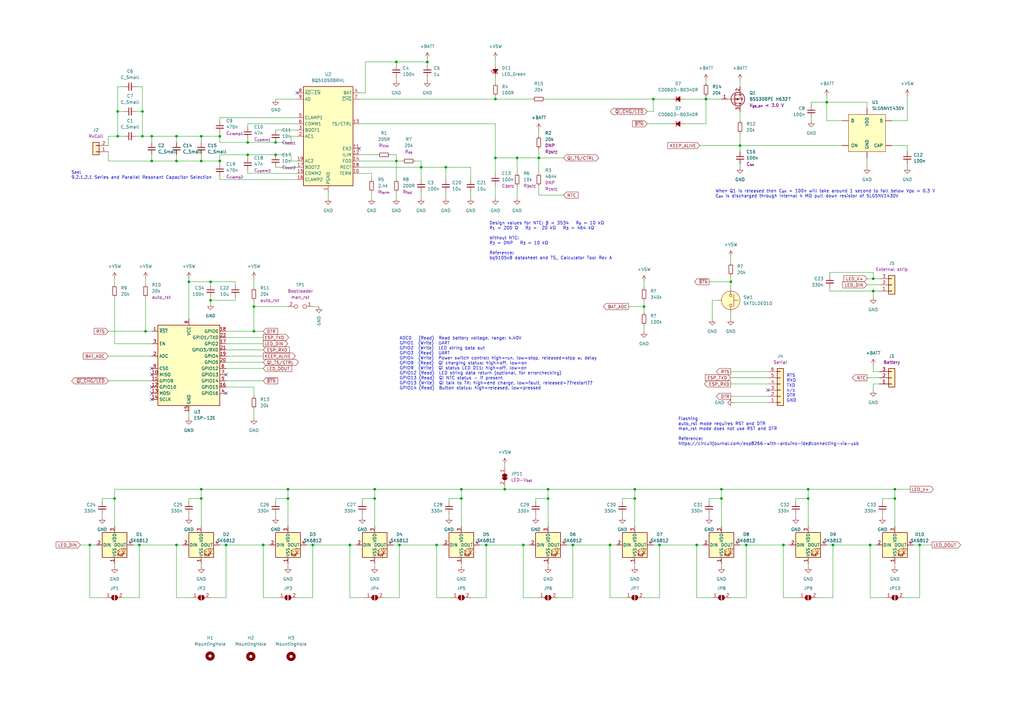
<source format=kicad_sch>
(kicad_sch (version 20211123) (generator eeschema)
  (paper "A3")
  (title_block (title "Main schematic") (date "2022-05-16") (rev "1.0") (company "Step 7 ApS") (comment 1 "Enabakken 4") (comment 2 "3400 Hillerød") (comment 3 "Danmark") (comment 4 "www.step7.dk") (comment 5 "Qi WiFi Lamp") (comment 6 "ESP8266_Lampe") (comment 7 "Martin") (comment 8 "Martin") (comment 9 "COMMENT9"))
  (junction (at 57.15 223.52))
  (junction (at 289.56 40.64))
  (junction (at 162.56 25.4))
  (junction (at 234.95 223.52))
  (junction (at 172.72 68.58))
  (junction (at 260.35 204.47))
  (junction (at 46.99 204.47))
  (junction (at 367.03 204.47))
  (junction (at 175.26 25.4))
  (junction (at 118.11 200.66))
  (junction (at 143.51 223.52))
  (junction (at 306.07 223.52))
  (junction (at 62.23 66.04))
  (junction (at 72.39 223.52))
  (junction (at 331.47 200.66))
  (junction (at 82.55 204.47))
  (junction (at 72.39 55.88))
  (junction (at 36.83 223.52))
  (junction (at 267.97 40.64))
  (junction (at 356.87 223.52))
  (junction (at 92.71 223.52))
  (junction (at 189.23 204.47))
  (junction (at 107.95 223.52))
  (junction (at 295.91 204.47))
  (junction (at 104.14 135.89))
  (junction (at 331.47 204.47))
  (junction (at 58.42 55.88))
  (junction (at 299.72 115.57))
  (junction (at 48.26 55.88))
  (junction (at 270.51 223.52))
  (junction (at 163.83 223.52))
  (junction (at 285.75 223.52))
  (junction (at 101.6 63.5))
  (junction (at 295.91 200.66))
  (junction (at 86.36 115.57))
  (junction (at 82.55 66.04))
  (junction (at 101.6 58.42))
  (junction (at 82.55 200.66))
  (junction (at 339.09 41.91))
  (junction (at 203.2 40.64))
  (junction (at 82.55 55.88))
  (junction (at 220.98 64.77))
  (junction (at 58.42 45.72))
  (junction (at 153.67 204.47))
  (junction (at 303.53 59.69))
  (junction (at 72.39 66.04))
  (junction (at 59.69 135.89))
  (junction (at 341.63 223.52))
  (junction (at 113.03 63.5))
  (junction (at 377.19 223.52))
  (junction (at 203.2 64.77))
  (junction (at 214.63 223.52))
  (junction (at 162.56 66.04))
  (junction (at 90.17 66.04))
  (junction (at 321.31 223.52))
  (junction (at 260.35 200.66))
  (junction (at 250.19 223.52))
  (junction (at 86.36 123.19))
  (junction (at 153.67 200.66))
  (junction (at 90.17 55.88))
  (junction (at 128.27 223.52))
  (junction (at 224.79 204.47))
  (junction (at 224.79 200.66))
  (junction (at 182.88 68.58))
  (junction (at 77.47 115.57))
  (junction (at 104.14 125.73))
  (junction (at 199.39 223.52))
  (junction (at 62.23 55.88))
  (junction (at 179.07 223.52))
  (junction (at 48.26 45.72))
  (junction (at 264.16 125.73))
  (junction (at 212.09 64.77))
  (junction (at 358.14 114.3))
  (junction (at 207.01 200.66))
  (junction (at 118.11 204.47))
  (junction (at 113.03 58.42))
  (junction (at 367.03 200.66))
  (junction (at 189.23 200.66))
  (junction (at 358.14 119.38))
  (no_connect (at 147.32 60.96))
  (no_connect (at 121.92 38.1))
  (no_connect (at 314.96 160.02))
  (no_connect (at 62.23 158.75))
  (no_connect (at 62.23 161.29))
  (no_connect (at 92.71 153.67))
  (no_connect (at 62.23 163.83))
  (no_connect (at 62.23 151.13))
  (no_connect (at 62.23 153.67))
  (no_connect (at 92.71 161.29))
  (wire (pts (xy 358.14 157.48) (xy 360.68 157.48)))
  (wire (pts (xy 290.83 205.74) (xy 290.83 204.47)))
  (wire (pts (xy 220.98 64.77) (xy 220.98 71.12)))
  (wire (pts (xy 59.69 114.3) (xy 59.69 116.84)))
  (wire (pts (xy 199.39 245.11) (xy 199.39 223.52)))
  (wire (pts (xy 162.56 66.04) (xy 162.56 63.5)))
  (wire (pts (xy 372.11 39.37) (xy 372.11 49.53)))
  (wire (pts (xy 113.03 212.09) (xy 113.03 210.82)))
  (wire (pts (xy 48.26 35.56) (xy 50.8 35.56)))
  (wire (pts (xy 82.55 66.04) (xy 90.17 66.04)))
  (wire (pts (xy 189.23 204.47) (xy 189.23 215.9)))
  (wire (pts (xy 92.71 148.59) (xy 107.95 148.59)))
  (wire (pts (xy 172.72 66.04) (xy 172.72 68.58)))
  (wire (pts (xy 199.39 223.52) (xy 196.85 223.52)))
  (wire (pts (xy 290.83 115.57) (xy 299.72 115.57)))
  (wire (pts (xy 358.14 121.92) (xy 358.14 119.38)))
  (wire (pts (xy 224.79 204.47) (xy 224.79 215.9)))
  (wire (pts (xy 292.1 123.19) (xy 292.1 130.81)))
  (wire (pts (xy 299.72 162.56) (xy 314.96 162.56)))
  (wire (pts (xy 44.45 66.04) (xy 62.23 66.04)))
  (wire (pts (xy 86.36 123.19) (xy 86.36 124.46)))
  (wire (pts (xy 306.07 223.52) (xy 321.31 223.52)))
  (wire (pts (xy 265.43 45.72) (xy 267.97 45.72)))
  (wire (pts (xy 162.56 33.02) (xy 162.56 31.75)))
  (wire (pts (xy 77.47 212.09) (xy 77.47 210.82)))
  (wire (pts (xy 360.68 116.84) (xy 355.6 116.84)))
  (wire (pts (xy 72.39 223.52) (xy 74.93 223.52)))
  (wire (pts (xy 143.51 245.11) (xy 143.51 223.52)))
  (wire (pts (xy 303.53 59.69) (xy 303.53 54.61)))
  (wire (pts (xy 77.47 115.57) (xy 77.47 130.81)))
  (wire (pts (xy 153.67 232.41) (xy 153.67 231.14)))
  (wire (pts (xy 104.14 158.75) (xy 104.14 162.56)))
  (wire (pts (xy 327.66 245.11) (xy 321.31 245.11)))
  (wire (pts (xy 86.36 123.19) (xy 86.36 121.92)))
  (wire (pts (xy 306.07 245.11) (xy 306.07 223.52)))
  (wire (pts (xy 92.71 223.52) (xy 90.17 223.52)))
  (wire (pts (xy 295.91 204.47) (xy 295.91 215.9)))
  (wire (pts (xy 224.79 232.41) (xy 224.79 231.14)))
  (wire (pts (xy 207.01 200.66) (xy 224.79 200.66)))
  (wire (pts (xy 57.15 223.52) (xy 72.39 223.52)))
  (wire (pts (xy 72.39 55.88) (xy 82.55 55.88)))
  (wire (pts (xy 163.83 223.52) (xy 161.29 223.52)))
  (wire (pts (xy 340.36 118.11) (xy 340.36 119.38)))
  (wire (pts (xy 199.39 223.52) (xy 214.63 223.52)))
  (wire (pts (xy 184.15 205.74) (xy 184.15 204.47)))
  (wire (pts (xy 58.42 45.72) (xy 55.88 45.72)))
  (wire (pts (xy 332.74 41.91) (xy 339.09 41.91)))
  (wire (pts (xy 303.53 59.69) (xy 345.44 59.69)))
  (wire (pts (xy 118.11 200.66) (xy 153.67 200.66)))
  (wire (pts (xy 90.17 66.04) (xy 90.17 67.31)))
  (wire (pts (xy 113.03 63.5) (xy 119.38 63.5)))
  (wire (pts (xy 92.71 158.75) (xy 104.14 158.75)))
  (wire (pts (xy 184.15 204.47) (xy 189.23 204.47)))
  (wire (pts (xy 50.8 245.11) (xy 57.15 245.11)))
  (wire (pts (xy 92.71 151.13) (xy 107.95 151.13)))
  (wire (pts (xy 72.39 245.11) (xy 72.39 223.52)))
  (wire (pts (xy 207.01 199.39) (xy 207.01 200.66)))
  (wire (pts (xy 219.71 204.47) (xy 224.79 204.47)))
  (wire (pts (xy 264.16 115.57) (xy 264.16 118.11)))
  (wire (pts (xy 214.63 245.11) (xy 214.63 223.52)))
  (wire (pts (xy 44.45 55.88) (xy 48.26 55.88)))
  (wire (pts (xy 341.63 245.11) (xy 341.63 223.52)))
  (wire (pts (xy 86.36 115.57) (xy 86.36 116.84)))
  (wire (pts (xy 220.98 60.96) (xy 220.98 64.77)))
  (wire (pts (xy 149.86 25.4) (xy 162.56 25.4)))
  (wire (pts (xy 72.39 55.88) (xy 72.39 58.42)))
  (wire (pts (xy 260.35 200.66) (xy 295.91 200.66)))
  (wire (pts (xy 339.09 41.91) (xy 339.09 49.53)))
  (wire (pts (xy 179.07 245.11) (xy 179.07 223.52)))
  (wire (pts (xy 289.56 40.64) (xy 295.91 40.64)))
  (wire (pts (xy 44.45 135.89) (xy 59.69 135.89)))
  (wire (pts (xy 299.72 245.11) (xy 306.07 245.11)))
  (wire (pts (xy 300.99 165.1) (xy 314.96 165.1)))
  (wire (pts (xy 372.11 59.69) (xy 365.76 59.69)))
  (wire (pts (xy 295.91 232.41) (xy 295.91 231.14)))
  (wire (pts (xy 339.09 49.53) (xy 345.44 49.53)))
  (wire (pts (xy 147.32 68.58) (xy 172.72 68.58)))
  (wire (pts (xy 41.91 212.09) (xy 41.91 210.82)))
  (wire (pts (xy 82.55 55.88) (xy 90.17 55.88)))
  (wire (pts (xy 44.45 55.88) (xy 44.45 59.69)))
  (wire (pts (xy 90.17 72.39) (xy 90.17 73.66)))
  (wire (pts (xy 321.31 245.11) (xy 321.31 223.52)))
  (wire (pts (xy 153.67 204.47) (xy 153.67 215.9)))
  (wire (pts (xy 203.2 64.77) (xy 203.2 71.12)))
  (wire (pts (xy 303.53 62.23) (xy 303.53 59.69)))
  (wire (pts (xy 107.95 223.52) (xy 110.49 223.52)))
  (wire (pts (xy 72.39 66.04) (xy 82.55 66.04)))
  (wire (pts (xy 306.07 223.52) (xy 303.53 223.52)))
  (wire (pts (xy 59.69 135.89) (xy 62.23 135.89)))
  (wire (pts (xy 224.79 204.47) (xy 224.79 200.66)))
  (wire (pts (xy 339.09 39.37) (xy 339.09 41.91)))
  (wire (pts (xy 77.47 205.74) (xy 77.47 204.47)))
  (wire (pts (xy 96.52 123.19) (xy 96.52 121.92)))
  (wire (pts (xy 193.04 68.58) (xy 193.04 73.66)))
  (wire (pts (xy 340.36 119.38) (xy 358.14 119.38)))
  (wire (pts (xy 219.71 212.09) (xy 219.71 210.82)))
  (wire (pts (xy 62.23 55.88) (xy 72.39 55.88)))
  (wire (pts (xy 255.27 205.74) (xy 255.27 204.47)))
  (wire (pts (xy 104.14 123.19) (xy 104.14 125.73)))
  (wire (pts (xy 220.98 245.11) (xy 214.63 245.11)))
  (wire (pts (xy 280.67 40.64) (xy 289.56 40.64)))
  (wire (pts (xy 43.18 245.11) (xy 36.83 245.11)))
  (wire (pts (xy 90.17 63.5) (xy 101.6 63.5)))
  (wire (pts (xy 101.6 50.8) (xy 121.92 50.8)))
  (wire (pts (xy 303.53 49.53) (xy 303.53 45.72)))
  (wire (pts (xy 289.56 39.37) (xy 289.56 40.64)))
  (wire (pts (xy 48.26 45.72) (xy 48.26 55.88)))
  (wire (pts (xy 220.98 64.77) (xy 231.14 64.77)))
  (wire (pts (xy 90.17 48.26) (xy 90.17 49.53)))
  (wire (pts (xy 92.71 146.05) (xy 107.95 146.05)))
  (wire (pts (xy 90.17 58.42) (xy 101.6 58.42)))
  (wire (pts (xy 193.04 78.74) (xy 193.04 81.28)))
  (wire (pts (xy 57.15 223.52) (xy 54.61 223.52)))
  (wire (pts (xy 220.98 76.2) (xy 220.98 80.01)))
  (wire (pts (xy 152.4 71.12) (xy 147.32 71.12)))
  (wire (pts (xy 59.69 121.92) (xy 59.69 135.89)))
  (wire (pts (xy 361.95 212.09) (xy 361.95 210.82)))
  (wire (pts (xy 48.26 45.72) (xy 50.8 45.72)))
  (wire (pts (xy 152.4 81.28) (xy 152.4 78.74)))
  (wire (pts (xy 147.32 50.8) (xy 203.2 50.8)))
  (wire (pts (xy 367.03 232.41) (xy 367.03 231.14)))
  (wire (pts (xy 182.88 68.58) (xy 193.04 68.58)))
  (wire (pts (xy 104.14 125.73) (xy 118.11 125.73)))
  (wire (pts (xy 220.98 80.01) (xy 231.14 80.01)))
  (wire (pts (xy 121.92 245.11) (xy 128.27 245.11)))
  (wire (pts (xy 363.22 245.11) (xy 356.87 245.11)))
  (wire (pts (xy 92.71 223.52) (xy 107.95 223.52)))
  (wire (pts (xy 303.53 33.02) (xy 303.53 35.56)))
  (wire (pts (xy 185.42 245.11) (xy 179.07 245.11)))
  (wire (pts (xy 341.63 223.52) (xy 356.87 223.52)))
  (wire (pts (xy 113.03 58.42) (xy 119.38 58.42)))
  (wire (pts (xy 119.38 55.88) (xy 121.92 55.88)))
  (wire (pts (xy 82.55 55.88) (xy 82.55 58.42)))
  (wire (pts (xy 331.47 200.66) (xy 367.03 200.66)))
  (wire (pts (xy 267.97 45.72) (xy 267.97 40.64)))
  (wire (pts (xy 203.2 64.77) (xy 212.09 64.77)))
  (wire (pts (xy 203.2 76.2) (xy 203.2 81.28)))
  (wire (pts (xy 377.19 245.11) (xy 377.19 223.52)))
  (wire (pts (xy 36.83 245.11) (xy 36.83 223.52)))
  (wire (pts (xy 58.42 35.56) (xy 58.42 45.72)))
  (wire (pts (xy 114.3 245.11) (xy 107.95 245.11)))
  (wire (pts (xy 86.36 123.19) (xy 96.52 123.19)))
  (wire (pts (xy 370.84 245.11) (xy 377.19 245.11)))
  (wire (pts (xy 260.35 204.47) (xy 260.35 215.9)))
  (wire (pts (xy 289.56 33.02) (xy 289.56 34.29)))
  (wire (pts (xy 290.83 204.47) (xy 295.91 204.47)))
  (wire (pts (xy 62.23 156.21) (xy 44.45 156.21)))
  (wire (pts (xy 332.74 48.26) (xy 332.74 49.53)))
  (wire (pts (xy 147.32 40.64) (xy 203.2 40.64)))
  (wire (pts (xy 299.72 152.4) (xy 314.96 152.4)))
  (wire (pts (xy 162.56 66.04) (xy 162.56 73.66)))
  (wire (pts (xy 219.71 205.74) (xy 219.71 204.47)))
  (wire (pts (xy 72.39 63.5) (xy 72.39 66.04)))
  (wire (pts (xy 101.6 69.85) (xy 101.6 71.12)))
  (wire (pts (xy 234.95 223.52) (xy 232.41 223.52)))
  (wire (pts (xy 162.56 25.4) (xy 175.26 25.4)))
  (wire (pts (xy 58.42 55.88) (xy 55.88 55.88)))
  (wire (pts (xy 212.09 64.77) (xy 220.98 64.77)))
  (wire (pts (xy 332.74 43.18) (xy 332.74 41.91)))
  (wire (pts (xy 130.81 125.73) (xy 128.27 125.73)))
  (wire (pts (xy 234.95 245.11) (xy 234.95 223.52)))
  (wire (pts (xy 331.47 232.41) (xy 331.47 231.14)))
  (wire (pts (xy 46.99 114.3) (xy 46.99 116.84)))
  (wire (pts (xy 361.95 205.74) (xy 361.95 204.47)))
  (wire (pts (xy 104.14 135.89) (xy 107.95 135.89)))
  (wire (pts (xy 101.6 63.5) (xy 101.6 64.77)))
  (wire (pts (xy 92.71 138.43) (xy 107.95 138.43)))
  (wire (pts (xy 62.23 66.04) (xy 72.39 66.04)))
  (wire (pts (xy 367.03 200.66) (xy 373.38 200.66)))
  (wire (pts (xy 175.26 33.02) (xy 175.26 31.75)))
  (wire (pts (xy 41.91 204.47) (xy 46.99 204.47)))
  (wire (pts (xy 182.88 68.58) (xy 182.88 73.66)))
  (wire (pts (xy 250.19 223.52) (xy 252.73 223.52)))
  (wire (pts (xy 331.47 204.47) (xy 331.47 215.9)))
  (wire (pts (xy 58.42 45.72) (xy 58.42 55.88)))
  (wire (pts (xy 182.88 78.74) (xy 182.88 81.28)))
  (wire (pts (xy 101.6 57.15) (xy 101.6 58.42)))
  (wire (pts (xy 175.26 24.13) (xy 175.26 25.4)))
  (wire (pts (xy 82.55 204.47) (xy 82.55 215.9)))
  (wire (pts (xy 147.32 63.5) (xy 154.94 63.5)))
  (wire (pts (xy 270.51 245.11) (xy 270.51 223.52)))
  (wire (pts (xy 358.14 119.38) (xy 360.68 119.38)))
  (wire (pts (xy 372.11 62.23) (xy 372.11 59.69)))
  (wire (pts (xy 172.72 68.58) (xy 172.72 73.66)))
  (wire (pts (xy 270.51 223.52) (xy 285.75 223.52)))
  (wire (pts (xy 339.09 41.91) (xy 355.6 41.91)))
  (wire (pts (xy 46.99 232.41) (xy 46.99 231.14)))
  (wire (pts (xy 113.03 40.64) (xy 121.92 40.64)))
  (wire (pts (xy 214.63 223.52) (xy 217.17 223.52)))
  (wire (pts (xy 90.17 73.66) (xy 121.92 73.66)))
  (wire (pts (xy 295.91 200.66) (xy 331.47 200.66)))
  (wire (pts (xy 270.51 223.52) (xy 267.97 223.52)))
  (wire (pts (xy 372.11 68.58) (xy 372.11 67.31)))
  (wire (pts (xy 321.31 223.52) (xy 323.85 223.52)))
  (wire (pts (xy 335.28 245.11) (xy 341.63 245.11)))
  (wire (pts (xy 264.16 245.11) (xy 270.51 245.11)))
  (wire (pts (xy 147.32 66.04) (xy 162.56 66.04)))
  (wire (pts (xy 290.83 212.09) (xy 290.83 210.82)))
  (wire (pts (xy 163.83 245.11) (xy 163.83 223.52)))
  (wire (pts (xy 46.99 140.97) (xy 62.23 140.97)))
  (wire (pts (xy 48.26 35.56) (xy 48.26 45.72)))
  (wire (pts (xy 203.2 24.13) (xy 203.2 26.67)))
  (wire (pts (xy 86.36 245.11) (xy 92.71 245.11)))
  (wire (pts (xy 365.76 49.53) (xy 372.11 49.53)))
  (wire (pts (xy 260.35 204.47) (xy 260.35 200.66)))
  (wire (pts (xy 104.14 125.73) (xy 104.14 135.89)))
  (wire (pts (xy 152.4 73.66) (xy 152.4 71.12)))
  (wire (pts (xy 128.27 223.52) (xy 125.73 223.52)))
  (wire (pts (xy 256.54 245.11) (xy 250.19 245.11)))
  (wire (pts (xy 153.67 204.47) (xy 153.67 200.66)))
  (wire (pts (xy 90.17 48.26) (xy 121.92 48.26)))
  (wire (pts (xy 148.59 204.47) (xy 153.67 204.47)))
  (wire (pts (xy 358.14 114.3) (xy 360.68 114.3)))
  (wire (pts (xy 82.55 63.5) (xy 82.55 66.04)))
  (wire (pts (xy 44.45 66.04) (xy 44.45 62.23)))
  (wire (pts (xy 62.23 55.88) (xy 62.23 58.42)))
  (wire (pts (xy 172.72 68.58) (xy 182.88 68.58)))
  (wire (pts (xy 36.83 223.52) (xy 39.37 223.52)))
  (wire (pts (xy 90.17 66.04) (xy 90.17 63.5)))
  (wire (pts (xy 62.23 63.5) (xy 62.23 66.04)))
  (wire (pts (xy 358.14 111.76) (xy 340.36 111.76)))
  (wire (pts (xy 264.16 123.19) (xy 264.16 125.73)))
  (wire (pts (xy 157.48 245.11) (xy 163.83 245.11)))
  (wire (pts (xy 118.11 204.47) (xy 118.11 215.9)))
  (wire (pts (xy 46.99 204.47) (xy 46.99 200.66)))
  (wire (pts (xy 82.55 232.41) (xy 82.55 231.14)))
  (wire (pts (xy 355.6 114.3) (xy 358.14 114.3)))
  (wire (pts (xy 184.15 212.09) (xy 184.15 210.82)))
  (wire (pts (xy 295.91 204.47) (xy 295.91 200.66)))
  (wire (pts (xy 326.39 204.47) (xy 331.47 204.47)))
  (wire (pts (xy 147.32 38.1) (xy 149.86 38.1)))
  (wire (pts (xy 377.19 223.52) (xy 374.65 223.52)))
  (wire (pts (xy 82.55 204.47) (xy 82.55 200.66)))
  (wire (pts (xy 119.38 58.42) (xy 119.38 55.88)))
  (wire (pts (xy 207.01 190.5) (xy 207.01 191.77)))
  (wire (pts (xy 299.72 105.41) (xy 299.72 107.95)))
  (wire (pts (xy 255.27 212.09) (xy 255.27 210.82)))
  (wire (pts (xy 148.59 212.09) (xy 148.59 210.82)))
  (wire (pts (xy 90.17 54.61) (xy 90.17 55.88)))
  (wire (pts (xy 303.53 68.58) (xy 303.53 67.31)))
  (wire (pts (xy 119.38 66.04) (xy 121.92 66.04)))
  (wire (pts (xy 101.6 71.12) (xy 121.92 71.12)))
  (wire (pts (xy 212.09 64.77) (xy 212.09 71.12)))
  (wire (pts (xy 58.42 55.88) (xy 62.23 55.88)))
  (wire (pts (xy 267.97 40.64) (xy 275.59 40.64)))
  (wire (pts (xy 113.03 205.74) (xy 113.03 204.47)))
  (wire (pts (xy 104.14 114.3) (xy 104.14 118.11)))
  (wire (pts (xy 299.72 154.94) (xy 314.96 154.94)))
  (wire (pts (xy 203.2 39.37) (xy 203.2 40.64)))
  (wire (pts (xy 358.14 114.3) (xy 358.14 111.76)))
  (wire (pts (xy 77.47 204.47) (xy 82.55 204.47)))
  (wire (pts (xy 367.03 204.47) (xy 367.03 215.9)))
  (wire (pts (xy 92.71 135.89) (xy 104.14 135.89)))
  (wire (pts (xy 153.67 200.66) (xy 189.23 200.66)))
  (wire (pts (xy 377.19 223.52) (xy 382.27 223.52)))
  (wire (pts (xy 101.6 63.5) (xy 113.03 63.5)))
  (wire (pts (xy 48.26 55.88) (xy 50.8 55.88)))
  (wire (pts (xy 162.56 63.5) (xy 160.02 63.5)))
  (wire (pts (xy 90.17 55.88) (xy 90.17 58.42)))
  (wire (pts (xy 326.39 205.74) (xy 326.39 204.47)))
  (wire (pts (xy 358.14 160.02) (xy 358.14 157.48)))
  (wire (pts (xy 280.67 50.8) (xy 289.56 50.8)))
  (wire (pts (xy 189.23 232.41) (xy 189.23 231.14)))
  (wire (pts (xy 326.39 212.09) (xy 326.39 210.82)))
  (wire (pts (xy 220.98 55.88) (xy 220.98 53.34)))
  (wire (pts (xy 118.11 204.47) (xy 118.11 200.66)))
  (wire (pts (xy 289.56 50.8) (xy 289.56 40.64)))
  (wire (pts (xy 358.14 149.86) (xy 358.14 152.4)))
  (wire (pts (xy 134.62 81.28) (xy 134.62 78.74)))
  (wire (pts (xy 361.95 204.47) (xy 367.03 204.47)))
  (wire (pts (xy 41.91 205.74) (xy 41.91 204.47)))
  (wire (pts (xy 46.99 200.66) (xy 82.55 200.66)))
  (wire (pts (xy 189.23 200.66) (xy 207.01 200.66)))
  (wire (pts (xy 163.83 223.52) (xy 179.07 223.52)))
  (wire (pts (xy 170.18 66.04) (xy 172.72 66.04)))
  (wire (pts (xy 113.03 53.34) (xy 121.92 53.34)))
  (wire (pts (xy 355.6 41.91) (xy 355.6 44.45)))
  (wire (pts (xy 92.71 245.11) (xy 92.71 223.52)))
  (wire (pts (xy 264.16 125.73) (xy 264.16 128.27)))
  (wire (pts (xy 92.71 140.97) (xy 107.95 140.97)))
  (wire (pts (xy 285.75 245.11) (xy 285.75 223.52)))
  (wire (pts (xy 265.43 50.8) (xy 275.59 50.8)))
  (wire (pts (xy 203.2 34.29) (xy 203.2 31.75)))
  (wire (pts (xy 224.79 200.66) (xy 260.35 200.66)))
  (wire (pts (xy 299.72 157.48) (xy 314.96 157.48)))
  (wire (pts (xy 234.95 223.52) (xy 250.19 223.52)))
  (wire (pts (xy 299.72 115.57) (xy 299.72 118.11)))
  (wire (pts (xy 287.02 59.69) (xy 303.53 59.69)))
  (wire (pts (xy 356.87 245.11) (xy 356.87 223.52)))
  (wire (pts (xy 77.47 115.57) (xy 77.47 114.3)))
  (wire (pts (xy 57.15 245.11) (xy 57.15 223.52)))
  (wire (pts (xy 128.27 223.52) (xy 143.51 223.52)))
  (wire (pts (xy 118.11 232.41) (xy 118.11 231.14)))
  (wire (pts (xy 355.6 68.58) (xy 355.6 64.77)))
  (wire (pts (xy 193.04 245.11) (xy 199.39 245.11)))
  (wire (pts (xy 358.14 152.4) (xy 360.68 152.4)))
  (wire (pts (xy 104.14 167.64) (xy 104.14 171.45)))
  (wire (pts (xy 113.03 68.58) (xy 121.92 68.58)))
  (wire (pts (xy 58.42 35.56) (xy 55.88 35.56)))
  (wire (pts (xy 86.36 115.57) (xy 77.47 115.57)))
  (wire (pts (xy 101.6 50.8) (xy 101.6 52.07)))
  (wire (pts (xy 46.99 204.47) (xy 46.99 215.9)))
  (wire (pts (xy 113.03 204.47) (xy 118.11 204.47)))
  (wire (pts (xy 175.26 26.67) (xy 175.26 25.4)))
  (wire (pts (xy 355.6 154.94) (xy 360.68 154.94)))
  (wire (pts (xy 92.71 143.51) (xy 107.95 143.51)))
  (wire (pts (xy 96.52 115.57) (xy 96.52 116.84)))
  (wire (pts (xy 257.81 125.73) (xy 264.16 125.73)))
  (wire (pts (xy 172.72 78.74) (xy 172.72 81.28)))
  (wire (pts (xy 264.16 133.35) (xy 264.16 135.89)))
  (wire (pts (xy 341.63 223.52) (xy 339.09 223.52)))
  (wire (pts (xy 189.23 204.47) (xy 189.23 200.66)))
  (wire (pts (xy 77.47 168.91) (xy 77.47 171.45)))
  (wire (pts (xy 340.36 111.76) (xy 340.36 113.03)))
  (wire (pts (xy 33.02 223.52) (xy 36.83 223.52)))
  (wire (pts (xy 212.09 76.2) (xy 212.09 81.28)))
  (wire (pts (xy 255.27 204.47) (xy 260.35 204.47)))
  (wire (pts (xy 162.56 78.74) (xy 162.56 81.28)))
  (wire (pts (xy 46.99 121.92) (xy 46.99 140.97)))
  (wire (pts (xy 101.6 58.42) (xy 113.03 58.42)))
  (wire (pts (xy 223.52 40.64) (xy 267.97 40.64)))
  (wire (pts (xy 148.59 205.74) (xy 148.59 204.47)))
  (wire (pts (xy 143.51 223.52) (xy 146.05 223.52)))
  (wire (pts (xy 299.72 113.03) (xy 299.72 115.57)))
  (wire (pts (xy 149.86 38.1) (xy 149.86 25.4)))
  (wire (pts (xy 250.19 245.11) (xy 250.19 223.52)))
  (wire (pts (xy 92.71 156.21) (xy 107.95 156.21)))
  (wire (pts (xy 203.2 40.64) (xy 218.44 40.64)))
  (wire (pts (xy 44.45 146.05) (xy 62.23 146.05)))
  (wire (pts (xy 119.38 63.5) (xy 119.38 66.04)))
  (wire (pts (xy 149.86 245.11) (xy 143.51 245.11)))
  (wire (pts (xy 299.72 128.27) (xy 299.72 130.81)))
  (wire (pts (xy 162.56 26.67) (xy 162.56 25.4)))
  (wire (pts (xy 294.64 123.19) (xy 292.1 123.19)))
  (wire (pts (xy 203.2 50.8) (xy 203.2 64.77)))
  (wire (pts (xy 292.1 245.11) (xy 285.75 245.11)))
  (wire (pts (xy 82.55 200.66) (xy 118.11 200.66)))
  (wire (pts (xy 367.03 204.47) (xy 367.03 200.66)))
  (wire (pts (xy 331.47 204.47) (xy 331.47 200.66)))
  (wire (pts (xy 228.6 245.11) (xy 234.95 245.11)))
  (wire (pts (xy 128.27 245.11) (xy 128.27 223.52)))
  (wire (pts (xy 107.95 245.11) (xy 107.95 223.52)))
  (wire (pts (xy 78.74 245.11) (xy 72.39 245.11)))
  (wire (pts (xy 260.35 232.41) (xy 260.35 231.14)))
  (wire (pts (xy 285.75 223.52) (xy 288.29 223.52)))
  (wire (pts (xy 356.87 223.52) (xy 359.41 223.52)))
  (wire (pts (xy 86.36 115.57) (xy 96.52 115.57)))
  (wire (pts (xy 162.56 66.04) (xy 165.1 66.04)))
  (wire (pts (xy 179.07 223.52) (xy 181.61 223.52)))
  (text "Flashing\nauto_rst mode requires RST and DTR\nman_rst mode does not use RST and DTR\n\nReference:\nhttps://circuitjournal.com/esp8266-with-arduino-ide#connecting-via-usb" (at 278.13 182.88 0) (effects (font (size 1.27 1.27)) (justify left bottom)))
  (text "Design values for NTC: β = 3534   R_{o} = 10 kΩ\nR_{1} = 200 Ω   R_{2} =  20 kΩ   R_{3} = 464 kΩ\n\nWithout NTC:\nR_{2} = DNP   R_{3} = 10 kΩ\n\nReference:\nbq5105xB datasheet and TS_ Calculator Tool Rev A" (at 200.66 106.68 0) (effects (font (size 1.27 1.27)) (justify left bottom)))
  (text "See:\n9.2.1.2.1 Series and Parallel Resonant Capacitor Selection" (at 29.21 73.66 0) (effects (font (size 1.27 1.27)) (justify left bottom)))
  (text "When Q1 is released then C_{on} = 100n will take around 1 second to fall below V_{ON} > 0.3 V\nC_{on} is discharged through internal 4 MΩ pull down resistor of SLG5NV1430V" (at 293.37 81.28 0) (effects (font (size 1.27 1.27)) (justify left bottom)))
  (text "RTS\nRXD\nTXD\nn/c\nDTR\nGND" (at 322.58 165.1 0) (effects (font (size 1.27 1.27)) (justify left bottom)))
  (text "ADC0   (Read)  Read battery voltage, range: 4.40V\nGPIO1  (Write)  UART\nGPIO2  (Write)  LED string data out\nGPIO3  (Read)  UART\nGPIO4  (Write)  Power switch control: high=run, low=stop, released=stop w. delay\nGPIO9  (Read)  Qi charging status: high=off, low=on\nGPIO9  (Write)  Qi status LED D11: high=off, low=on\nGPIO12 (Read)  LED string data return (optional, for errorchecking)\nGPIO13 (Read)  Qi NTC status - if present\nGPIO13 (Write)  Qi talk to TX: high=end charge, low=fault, released=??restart??\nGPIO14 (Read)  Button status: high=released, low=pressed" (at 163.83 160.02 0) (effects (font (size 1.27 1.27)) (justify left bottom)))
  (global_label "~{Qi_CHG{slash}LED}" (shape bidirectional) (at 44.45 156.21 180) (property "Intersheet References" "${INTERSHEET_REFS}" (effects hide)))
  (global_label "LED_DIN" (shape input) (at 355.6 116.84 180) (property "Intersheet References" "${INTERSHEET_REFS}" (effects hide)))
  (global_label "DTR" (shape input) (at 107.95 135.89 0) (property "Intersheet References" "${INTERSHEET_REFS}" (effects hide)))
  (global_label "ESP_TXD" (shape output) (at 107.95 138.43 0) (property "Intersheet References" "${INTERSHEET_REFS}" (effects hide)))
  (global_label "BAT_ADC" (shape input) (at 44.45 146.05 180) (property "Intersheet References" "${INTERSHEET_REFS}" (effects hide)))
  (global_label "LED_DOUT" (shape input) (at 107.95 151.13 0) (property "Intersheet References" "${INTERSHEET_REFS}" (effects hide)))
  (global_label "Qi_TS{slash}CTRL" (shape bidirectional) (at 107.95 148.59 0) (property "Intersheet References" "${INTERSHEET_REFS}" (effects hide)))
  (global_label "~{Qi_CHG{slash}LED}" (shape bidirectional) (at 265.43 45.72 180) (property "Intersheet References" "${INTERSHEET_REFS}" (effects hide)))
  (global_label "ESP_RXD" (shape input) (at 107.95 143.51 0) (property "Intersheet References" "${INTERSHEET_REFS}" (effects hide)))
  (global_label "KEEP_ALIVE" (shape output) (at 107.95 146.05 0) (property "Intersheet References" "${INTERSHEET_REFS}" (effects hide)))
  (global_label "~{BTN}" (shape input) (at 107.95 156.21 0) (property "Intersheet References" "${INTERSHEET_REFS}" (effects hide)))
  (global_label "Qi_TS{slash}CTRL" (shape bidirectional) (at 231.14 64.77 0) (property "Intersheet References" "${INTERSHEET_REFS}" (effects hide)))
  (global_label "~{BTN}" (shape input) (at 265.43 50.8 180) (property "Intersheet References" "${INTERSHEET_REFS}" (effects hide)))
  (global_label "LED_V+" (shape input) (at 355.6 114.3 180) (property "Intersheet References" "${INTERSHEET_REFS}" (effects hide)))
  (global_label "LED_DOUT" (shape output) (at 382.27 223.52 0) (property "Intersheet References" "${INTERSHEET_REFS}" (effects hide)))
  (global_label "LED_DIN" (shape output) (at 107.95 140.97 0) (property "Intersheet References" "${INTERSHEET_REFS}" (effects hide)))
  (global_label "NTC" (shape output) (at 355.6 154.94 180) (property "Intersheet References" "${INTERSHEET_REFS}" (effects hide)))
  (global_label "NTC" (shape input) (at 231.14 80.01 0) (property "Intersheet References" "${INTERSHEET_REFS}" (effects hide)))
  (global_label "LED_DIN" (shape input) (at 33.02 223.52 180) (property "Intersheet References" "${INTERSHEET_REFS}" (effects hide)))
  (global_label "~{BTN}" (shape output) (at 290.83 115.57 180) (property "Intersheet References" "${INTERSHEET_REFS}" (effects hide)))
  (global_label "RTS" (shape input) (at 44.45 135.89 180) (property "Intersheet References" "${INTERSHEET_REFS}" (effects hide)))
  (global_label "ESP_RXD" (shape output) (at 299.72 157.48 180) (property "Intersheet References" "${INTERSHEET_REFS}" (effects hide)))
  (global_label "ESP_TXD" (shape input) (at 299.72 154.94 180) (property "Intersheet References" "${INTERSHEET_REFS}" (effects hide)))
  (global_label "BAT_ADC" (shape output) (at 257.81 125.73 180) (property "Intersheet References" "${INTERSHEET_REFS}" (effects hide)))
  (global_label "RTS" (shape output) (at 299.72 152.4 180) (property "Intersheet References" "${INTERSHEET_REFS}" (effects hide)))
  (global_label "KEEP_ALIVE" (shape input) (at 287.02 59.69 180) (property "Intersheet References" "${INTERSHEET_REFS}" (effects hide)))
  (global_label "DTR" (shape output) (at 299.72 162.56 180) (property "Intersheet References" "${INTERSHEET_REFS}" (effects hide)))
  (global_label "LED_V+" (shape output) (at 373.38 200.66 0) (property "Intersheet References" "${INTERSHEET_REFS}" (effects hide)))
  (symbol (lib_id "Mechanical:MountingHole") (at 119.38 269.24 0) (unit 1)
    (property "Reference" "H3" (at 119.38 261.62 0))
    (property "Value" "MountingHole" (at 119.38 264.16 0))
    (property "Footprint" "MountingHole:MountingHole_3.2mm_M3_ISO14580" (effects hide))
  )
  (symbol (lib_id "LED:SK6812") (at 153.67 223.52 0) (unit 1)
    (property "Reference" "D4" (at 163.83 219.1893 0))
    (property "Value" "SK6812" (at 163.83 221.7293 0))
    (property "Footprint" "LED_SMD:LED_SK6812_PLCC4_5.0x5.0mm_P3.2mm" (effects hide))
    (property "Datasheet" "https://cdn-shop.adafruit.com/product-files/1138/SK6812+LED+datasheet+.pdf" (effects hide))
  )
  (symbol (lib_id "Device:C_Small") (at 101.6 67.31 0) (unit 1)
    (property "Reference" "C18" (at 104.14 64.7762 0) (effects (justify left)))
    (property "Value" "47n" (at 104.14 67.3162 0) (effects (justify left)))
    (property "Footprint" "Capacitor_SMD:C_0603_1608Metric" (effects hide))
    (property "silk_text" "C_{comm2}" (at 104.14 69.8562 0) (effects (justify left)))
  )
  (symbol (lib_id "Device:C_Small") (at 340.36 115.57 0) (mirror y) (unit 1)
    (property "Reference" "C23" (at 337.82 114.3062 0) (effects (justify left)))
    (property "Value" "330n" (at 337.82 116.8462 0) (effects (justify left)))
    (property "Footprint" "Capacitor_SMD:C_0603_1608Metric" (effects hide))
  )
  (symbol (lib_id "Jumper:SolderJumper_2_Open") (at 260.35 245.11 0) (unit 1)
    (property "Reference" "JP7" (at 260.35 241.3 0))
    (property "Value" "SolderJumper_2_Open" (effects hide))
    (property "Footprint" "Jumper:SolderJumper-2_P1.3mm_Open_RoundedPad1.0x1.5mm" (effects hide))
    (property "fit_field" "DNP" (effects hide))
  )
  (symbol (lib_id "power:GND") (at 86.36 124.46 0) (unit 1)
    (property "Reference" "#PWR027" (effects hide))
    (property "Value" "GND" (at 86.36 129.54 0))
  )
  (symbol (lib_id "LED:SK6812") (at 118.11 223.52 0) (unit 1)
    (property "Reference" "D3" (at 128.27 219.1893 0))
    (property "Value" "SK6812" (at 128.27 221.7293 0))
    (property "Footprint" "LED_SMD:LED_SK6812_PLCC4_5.0x5.0mm_P3.2mm" (effects hide))
    (property "Datasheet" "https://cdn-shop.adafruit.com/product-files/1138/SK6812+LED+datasheet+.pdf" (effects hide))
  )
  (symbol (lib_id "Connector_Generic:Conn_01x03") (at 365.76 116.84 0) (mirror x) (unit 1)
    (property "Reference" "J5" (at 365.76 107.95 0))
    (property "Value" "Conn_01x03" (effects hide))
    (property "Footprint" "Connector_PinHeader_2.54mm:PinHeader_1x03_P2.54mm_Vertical" (effects hide))
    (property "silk_text" "External strip" (at 365.76 110.49 0))
    (property "fit_field" "DNP" (effects hide))
  )
  (symbol (lib_id "Device:C_Small") (at 182.88 76.2 0) (unit 1)
    (property "Reference" "C20" (at 185.42 74.9362 0) (effects (justify left)))
    (property "Value" "10u" (at 185.42 77.4762 0) (effects (justify left)))
    (property "Footprint" "Capacitor_SMD:C_0805_2012Metric" (effects hide))
  )
  (symbol (lib_id "power:GND") (at 172.72 81.28 0) (unit 1)
    (property "Reference" "#PWR021" (effects hide))
    (property "Value" "GND" (at 172.72 86.36 0))
  )
  (symbol (lib_id "power:GND") (at 355.6 68.58 0) (unit 1)
    (property "Reference" "#PWR013" (effects hide))
    (property "Value" "GND" (at 355.6 73.66 0))
  )
  (symbol (lib_id "power:GND") (at 77.47 171.45 0) (unit 1)
    (property "Reference" "#PWR033" (effects hide))
    (property "Value" "GND" (at 77.47 176.53 0))
  )
  (symbol (lib_id "RF_Module:ESP-12E") (at 77.47 151.13 0) (unit 1)
    (property "Reference" "U3" (at 79.4894 168.91 0) (effects (justify left)))
    (property "Value" "ESP-12E" (at 79.4894 171.45 0) (effects (justify left)))
    (property "Footprint" "RF_Module:ESP-12E" (effects hide))
    (property "Datasheet" "https://usermanual.wiki/Document/esp8266seriesmodulesusermanualv11.1133938668/view" (effects hide))
  )
  (symbol (lib_id "power:+VSW") (at 264.16 115.57 0) (unit 1)
    (property "Reference" "#PWR?" (effects hide))
    (property "Value" "+VSW" (at 264.16 110.49 0))
  )
  (symbol (lib_id "Device:C_Small") (at 255.27 208.28 0) (mirror y) (unit 1)
    (property "Reference" "C30" (at 252.73 207.0162 0) (effects (justify left)))
    (property "Value" "330n" (at 252.73 209.5562 0) (effects (justify left)))
    (property "Footprint" "Capacitor_SMD:C_0603_1608Metric" (effects hide))
  )
  (symbol (lib_id "power:GND") (at 162.56 81.28 0) (unit 1)
    (property "Reference" "#PWR020" (effects hide))
    (property "Value" "GND" (at 162.56 86.36 0))
  )
  (symbol (lib_id "Jumper:SolderJumper_2_Open") (at 295.91 245.11 0) (unit 1)
    (property "Reference" "JP8" (at 295.91 241.3 0))
    (property "Value" "SolderJumper_2_Open" (effects hide))
    (property "Footprint" "Jumper:SolderJumper-2_P1.3mm_Open_RoundedPad1.0x1.5mm" (effects hide))
    (property "fit_field" "DNP" (effects hide))
  )
  (symbol (lib_id "power:+VSW") (at 46.99 114.3 0) (unit 1)
    (property "Reference" "#PWR0101" (effects hide))
    (property "Value" "+VSW" (at 46.99 109.22 0))
  )
  (symbol (lib_id "Device:C_Small") (at 162.56 29.21 0) (unit 1)
    (property "Reference" "C4" (at 165.1 27.9462 0) (effects (justify left)))
    (property "Value" "100n" (at 165.1 30.4862 0) (effects (justify left)))
    (property "Footprint" "Capacitor_SMD:C_0603_1608Metric" (effects hide))
  )
  (symbol (lib_id "Device:C_Small") (at 82.55 60.96 0) (unit 1)
    (property "Reference" "C15" (at 85.09 59.6962 0) (effects (justify left)))
    (property "Value" "C_Small" (at 85.09 62.2362 0) (effects (justify left)))
    (property "Footprint" "Capacitor_SMD:C_0603_1608Metric" (effects hide))
  )
  (symbol (lib_id "Device:C_Small") (at 113.03 55.88 0) (unit 1)
    (property "Reference" "C11" (at 115.57 53.3462 0) (effects (justify left)))
    (property "Value" "10n" (at 115.57 55.8862 0) (effects (justify left)))
    (property "Footprint" "Capacitor_SMD:C_0603_1608Metric" (effects hide))
    (property "silk_text" "C_{boot1}" (at 115.57 58.4262 0) (effects (justify left)))
  )
  (symbol (lib_id "LED:SK6812") (at 367.03 223.52 0) (unit 1)
    (property "Reference" "D10" (at 377.19 219.1893 0))
    (property "Value" "SK6812" (at 377.19 221.7293 0))
    (property "Footprint" "LED_SMD:LED_SK6812_PLCC4_5.0x5.0mm_P3.2mm" (effects hide))
    (property "Datasheet" "https://cdn-shop.adafruit.com/product-files/1138/SK6812+LED+datasheet+.pdf" (effects hide))
  )
  (symbol (lib_id "Jumper:SolderJumper_2_Open") (at 367.03 245.11 0) (unit 1)
    (property "Reference" "JP10" (at 367.03 241.3 0))
    (property "Value" "SolderJumper_2_Open" (effects hide))
    (property "Footprint" "Jumper:SolderJumper-2_P1.3mm_Open_RoundedPad1.0x1.5mm" (effects hide))
    (property "fit_field" "DNP" (effects hide))
  )
  (symbol (lib_id "power:GND") (at 41.91 212.09 0) (mirror y) (unit 1)
    (property "Reference" "#PWR036" (effects hide))
    (property "Value" "GND" (at 41.91 217.17 0))
  )
  (symbol (lib_id "Device:C_Small") (at 332.74 45.72 0) (unit 1)
    (property "Reference" "C8" (at 330.2 44.4562 0) (effects (justify right)))
    (property "Value" "100n" (at 330.2 46.9962 0) (effects (justify right)))
    (property "Footprint" "Capacitor_SMD:C_0603_1608Metric" (effects hide))
  )
  (symbol (lib_id "power:GND") (at 290.83 212.09 0) (mirror y) (unit 1)
    (property "Reference" "#PWR043" (effects hide))
    (property "Value" "GND" (at 290.83 217.17 0))
  )
  (symbol (lib_id "Kharars-KiCAD-lib:SLG5NV1430V") (at 355.6 54.61 0) (unit 1)
    (property "Reference" "U1" (at 357.6194 41.91 0) (effects (justify left)))
    (property "Value" "SLG5NV1430V" (at 357.6194 44.45 0) (effects (justify left)))
    (property "Footprint" "Kharars-KiCAD-lib:TDFN-8_1.5x2.0mm_P0.5mm (Fused Lead)" (effects hide))
    (property "Datasheet" "https://www.mouser.dk/datasheet/2/713/SLG5NV1430r11_08272012-1915217.pdf" (effects hide))
  )
  (symbol (lib_id "LED:SK6812") (at 82.55 223.52 0) (unit 1)
    (property "Reference" "D2" (at 92.71 219.1893 0))
    (property "Value" "SK6812" (at 92.71 221.7293 0))
    (property "Footprint" "LED_SMD:LED_SK6812_PLCC4_5.0x5.0mm_P3.2mm" (effects hide))
    (property "Datasheet" "https://cdn-shop.adafruit.com/product-files/1138/SK6812+LED+datasheet+.pdf" (effects hide))
  )
  (symbol (lib_id "power:GND") (at 332.74 49.53 0) (unit 1)
    (property "Reference" "#PWR09" (effects hide))
    (property "Value" "GND" (at 332.74 54.61 0))
  )
  (symbol (lib_id "Device:R_Small") (at 167.64 66.04 90) (unit 1)
    (property "Reference" "R7" (at 167.64 57.15 90))
    (property "Value" "20k" (at 167.64 59.69 90))
    (property "Footprint" "Resistor_SMD:R_0603_1608Metric" (effects hide))
    (property "silk_text" "R_{os}" (at 167.64 62.23 90))
  )
  (symbol (lib_id "power:GND") (at 152.4 81.28 0) (unit 1)
    (property "Reference" "#PWR019" (effects hide))
    (property "Value" "GND" (at 152.4 86.36 0))
  )
  (symbol (lib_id "Device:R_Small") (at 299.72 110.49 180) (unit 1)
    (property "Reference" "R?" (at 302.26 109.2199 0) (effects (justify right)))
    (property "Value" "20k" (at 302.26 111.7599 0) (effects (justify right)))
    (property "Footprint" "Resistor_SMD:R_0603_1608Metric" (effects hide))
  )
  (symbol (lib_id "power:+BATT") (at 339.09 39.37 0) (unit 1)
    (property "Reference" "#PWR07" (effects hide))
    (property "Value" "+BATT" (at 339.09 34.29 0))
  )
  (symbol (lib_id "power:GND") (at 203.2 81.28 0) (unit 1)
    (property "Reference" "#PWR014" (effects hide))
    (property "Value" "GND" (at 203.2 86.36 0))
  )
  (symbol (lib_id "power:GND") (at 358.14 121.92 0) (mirror y) (unit 1)
    (property "Reference" "#PWR031" (effects hide))
    (property "Value" "GND" (at 358.14 127 0))
  )
  (symbol (lib_id "Device:C_Small") (at 53.34 55.88 90) (unit 1)
    (property "Reference" "C1" (at 53.3463 49.53 90))
    (property "Value" "C_Small" (at 53.3463 52.07 90))
    (property "Footprint" "Capacitor_SMD:C_0603_1608Metric" (effects hide))
    (property "Rating" "50V" (effects hide))
  )
  (symbol (lib_id "Device:C_Small") (at 62.23 60.96 0) (unit 1)
    (property "Reference" "C2" (at 64.77 59.6962 0) (effects (justify left)))
    (property "Value" "C_Small" (at 64.77 62.2362 0) (effects (justify left)))
    (property "Footprint" "Capacitor_SMD:C_0603_1608Metric" (effects hide))
  )
  (symbol (lib_id "power:+VSW") (at 299.72 105.41 0) (unit 1)
    (property "Reference" "#PWR?" (effects hide))
    (property "Value" "+VSW" (at 299.72 100.33 0))
  )
  (symbol (lib_id "power:GND") (at 264.16 135.89 0) (mirror y) (unit 1)
    (property "Reference" "#PWR?" (effects hide))
    (property "Value" "GND" (at 264.16 140.97 0))
  )
  (symbol (lib_id "Device:R_Small") (at 220.98 58.42 0) (unit 1)
    (property "Reference" "R2" (at 223.52 54.6099 0) (effects (justify left)))
    (property "Value" "20k" (at 223.52 57.1499 0) (effects (justify left)))
    (property "Footprint" "Resistor_SMD:R_0603_1608Metric" (effects hide))
    (property "fit_field" "DNP" (at 223.52 59.6899 0) (effects (justify left)))
    (property "Name" "R_{2NTC}" (at 223.52 62.2299 0) (effects (justify left)))
  )
  (symbol (lib_id "Device:R_Small") (at 264.16 120.65 180) (unit 1)
    (property "Reference" "R?" (at 266.7 119.3799 0) (effects (justify right)))
    (property "Value" "340k" (at 266.7 121.9199 0) (effects (justify right)))
    (property "Footprint" "Resistor_SMD:R_0603_1608Metric" (effects hide))
  )
  (symbol (lib_id "Device:D_Small_Filled") (at 278.13 40.64 0) (unit 1)
    (property "Reference" "D?" (at 278.13 34.29 0))
    (property "Value" "CD0603-B0340R" (at 278.13 36.83 0))
    (property "Footprint" "Diode_SMD:D_0603_1608Metric" (effects hide))
  )
  (symbol (lib_id "Device:LED_Small_Filled") (at 203.2 29.21 90) (unit 1)
    (property "Reference" "D11" (at 205.74 27.8764 90) (effects (justify right)))
    (property "Value" "LED_Green" (at 205.74 30.4164 90) (effects (justify right)))
    (property "Footprint" "LED_SMD:LED_0603_1608Metric" (effects hide))
  )
  (symbol (lib_id "Device:C_Small") (at 184.15 208.28 0) (mirror y) (unit 1)
    (property "Reference" "C28" (at 181.61 207.0162 0) (effects (justify left)))
    (property "Value" "330n" (at 181.61 209.5562 0) (effects (justify left)))
    (property "Footprint" "Capacitor_SMD:C_0603_1608Metric" (effects hide))
  )
  (symbol (lib_id "power:+VSW") (at 207.01 190.5 0) (unit 1)
    (property "Reference" "#PWR0105" (effects hide))
    (property "Value" "+VSW" (at 207.01 185.42 0))
  )
  (symbol (lib_id "power:GND") (at 372.11 68.58 0) (unit 1)
    (property "Reference" "#PWR012" (effects hide))
    (property "Value" "GND" (at 372.11 73.66 0))
  )
  (symbol (lib_id "Device:R_Small") (at 220.98 40.64 270) (unit 1)
    (property "Reference" "R15" (at 220.98 34.29 90))
    (property "Value" "20k" (at 220.98 36.83 90))
    (property "Footprint" "Resistor_SMD:R_0603_1608Metric" (effects hide))
  )
  (symbol (lib_id "Connector_Generic:Conn_01x03") (at 365.76 154.94 0) (mirror x) (unit 1)
    (property "Reference" "J1" (at 365.76 146.05 0))
    (property "Value" "Conn_01x03" (effects hide))
    (property "Footprint" "Connector_PinHeader_2.54mm:PinHeader_1x03_P2.54mm_Vertical" (effects hide))
    (property "silk_text" "B+ _{NTC} B-" (effects hide))
    (property "fit_field" "DNP" (effects hide))
    (property "Name" "Battery" (at 365.76 148.59 0))
  )
  (symbol (lib_id "Device:C_Small") (at 53.34 45.72 90) (unit 1)
    (property "Reference" "C7" (at 53.3463 39.37 90))
    (property "Value" "C_Small" (at 53.3463 41.91 90))
    (property "Footprint" "Capacitor_SMD:C_0603_1608Metric" (effects hide))
    (property "Rating" "50V" (effects hide))
  )
  (symbol (lib_id "power:GND") (at 193.04 81.28 0) (unit 1)
    (property "Reference" "#PWR023" (effects hide))
    (property "Value" "GND" (at 193.04 86.36 0))
  )
  (symbol (lib_id "power:GND") (at 292.1 130.81 0) (mirror y) (unit 1)
    (property "Reference" "#PWR0103" (effects hide))
    (property "Value" "GND" (at 292.1 135.89 0))
  )
  (symbol (lib_id "power:GND") (at 182.88 81.28 0) (unit 1)
    (property "Reference" "#PWR022" (effects hide))
    (property "Value" "GND" (at 182.88 86.36 0))
  )
  (symbol (lib_id "Device:C_Small") (at 361.95 208.28 0) (mirror x) (unit 1)
    (property "Reference" "C33" (at 359.41 207.0035 0) (effects (justify right)))
    (property "Value" "330n" (at 359.41 209.5435 0) (effects (justify right)))
    (property "Footprint" "Capacitor_SMD:C_0603_1608Metric" (effects hide))
  )
  (symbol (lib_id "Device:R_Small") (at 59.69 119.38 180) (unit 1)
    (property "Reference" "R10" (at 62.23 116.8399 0) (effects (justify right)))
    (property "Value" "20k" (at 62.23 119.3799 0) (effects (justify right)))
    (property "Footprint" "Resistor_SMD:R_0603_1608Metric" (effects hide))
    (property "fit_field" "auto_rst" (at 62.23 121.9199 0) (effects (justify right)))
  )
  (symbol (lib_id "Device:R_Small") (at 303.53 52.07 0) (unit 1)
    (property "Reference" "R12" (at 306.07 50.7999 0) (effects (justify left)))
    (property "Value" "20k" (at 306.07 53.3399 0) (effects (justify left)))
    (property "Footprint" "Resistor_SMD:R_0603_1608Metric" (effects hide))
  )
  (symbol (lib_id "Device:C_Small") (at 326.39 208.28 0) (mirror x) (unit 1)
    (property "Reference" "C32" (at 323.85 207.0035 0) (effects (justify right)))
    (property "Value" "330n" (at 323.85 209.5435 0) (effects (justify right)))
    (property "Footprint" "Capacitor_SMD:C_0603_1608Metric" (effects hide))
  )
  (symbol (lib_id "Device:C_Small") (at 90.17 52.07 0) (unit 1)
    (property "Reference" "C9" (at 92.71 49.5362 0) (effects (justify left)))
    (property "Value" "470n" (at 92.71 52.0762 0) (effects (justify left)))
    (property "Footprint" "Capacitor_SMD:C_0603_1608Metric" (effects hide))
    (property "silk_text" "C_{clamp1}" (at 92.71 54.6162 0) (effects (justify left)))
  )
  (symbol (lib_id "Device:C_Small") (at 290.83 208.28 0) (mirror x) (unit 1)
    (property "Reference" "C31" (at 288.29 207.0035 0) (effects (justify right)))
    (property "Value" "330n" (at 288.29 209.5435 0) (effects (justify right)))
    (property "Footprint" "Capacitor_SMD:C_0603_1608Metric" (effects hide))
  )
  (symbol (lib_id "power:GND") (at 148.59 212.09 0) (mirror y) (unit 1)
    (property "Reference" "#PWR039" (effects hide))
    (property "Value" "GND" (at 148.59 217.17 0))
  )
  (symbol (lib_id "Jumper:SolderJumper_2_Open") (at 153.67 245.11 0) (unit 1)
    (property "Reference" "JP4" (at 153.67 241.3 0))
    (property "Value" "SolderJumper_2_Open" (effects hide))
    (property "Footprint" "Jumper:SolderJumper-2_P1.3mm_Open_RoundedPad1.0x1.5mm" (effects hide))
    (property "fit_field" "DNP" (effects hide))
  )
  (symbol (lib_id "Jumper:SolderJumper_2_Open") (at 118.11 245.11 0) (unit 1)
    (property "Reference" "JP3" (at 118.11 241.3 0))
    (property "Value" "SolderJumper_2_Open" (effects hide))
    (property "Footprint" "Jumper:SolderJumper-2_P1.3mm_Open_RoundedPad1.0x1.5mm" (effects hide))
    (property "fit_field" "DNP" (effects hide))
  )
  (symbol (lib_id "power:+VSW") (at 59.69 114.3 0) (unit 1)
    (property "Reference" "#PWR0109" (effects hide))
    (property "Value" "+VSW" (at 59.69 109.22 0))
  )
  (symbol (lib_id "LED:SK6812") (at 224.79 223.52 0) (unit 1)
    (property "Reference" "D6" (at 234.95 219.1893 0))
    (property "Value" "SK6812" (at 234.95 221.7293 0))
    (property "Footprint" "LED_SMD:LED_SK6812_PLCC4_5.0x5.0mm_P3.2mm" (effects hide))
    (property "Datasheet" "https://cdn-shop.adafruit.com/product-files/1138/SK6812+LED+datasheet+.pdf" (effects hide))
  )
  (symbol (lib_id "power:GND") (at 162.56 33.02 0) (unit 1)
    (property "Reference" "#PWR03" (effects hide))
    (property "Value" "GND" (at 162.56 38.1 0))
  )
  (symbol (lib_id "LED:SK6812") (at 46.99 223.52 0) (unit 1)
    (property "Reference" "D1" (at 57.15 219.1893 0))
    (property "Value" "SK6812" (at 57.15 221.7293 0))
    (property "Footprint" "LED_SMD:LED_SK6812_PLCC4_5.0x5.0mm_P3.2mm" (effects hide))
    (property "Datasheet" "https://cdn-shop.adafruit.com/product-files/1138/SK6812+LED+datasheet+.pdf" (effects hide))
  )
  (symbol (lib_id "power:+BATT") (at 303.53 33.02 0) (unit 1)
    (property "Reference" "#PWR06" (effects hide))
    (property "Value" "+BATT" (at 303.53 27.94 0))
  )
  (symbol (lib_id "power:GND") (at 212.09 81.28 0) (unit 1)
    (property "Reference" "#PWR015" (effects hide))
    (property "Value" "GND" (at 212.09 86.36 0))
  )
  (symbol (lib_id "power:GND") (at 153.67 232.41 0) (unit 1)
    (property "Reference" "#PWR049" (effects hide))
    (property "Value" "GND" (at 153.67 237.49 0))
  )
  (symbol (lib_id "power:GND") (at 134.62 81.28 0) (unit 1)
    (property "Reference" "#PWR018" (effects hide))
    (property "Value" "GND" (at 134.62 86.36 0))
  )
  (symbol (lib_id "Device:C_Small") (at 372.11 64.77 0) (unit 1)
    (property "Reference" "C12" (at 374.65 63.5062 0) (effects (justify left)))
    (property "Value" "100n" (at 374.65 66.0462 0) (effects (justify left)))
    (property "Footprint" "Capacitor_SMD:C_0603_1608Metric" (effects hide))
  )
  (symbol (lib_id "power:GND") (at 260.35 232.41 0) (unit 1)
    (property "Reference" "#PWR052" (effects hide))
    (property "Value" "GND" (at 260.35 237.49 0))
  )
  (symbol (lib_id "power:GND") (at 104.14 171.45 0) (mirror y) (unit 1)
    (property "Reference" "#PWR034" (effects hide))
    (property "Value" "GND" (at 104.14 176.53 0))
  )
  (symbol (lib_id "Device:R_Small") (at 162.56 76.2 0) (unit 1)
    (property "Reference" "R8" (at 165.1 73.6599 0) (effects (justify left)))
    (property "Value" "200R" (at 165.1 76.1999 0) (effects (justify left)))
    (property "Footprint" "Resistor_SMD:R_0603_1608Metric" (effects hide))
    (property "silk_text" "R_{fod}" (at 165.1 78.7399 0) (effects (justify left)))
  )
  (symbol (lib_id "Mechanical:MountingHole") (at 102.87 269.24 0) (unit 1)
    (property "Reference" "H2" (at 102.87 261.62 0))
    (property "Value" "MountingHole" (at 102.87 264.16 0))
    (property "Footprint" "MountingHole:MountingHole_3.2mm_M3_ISO14580" (effects hide))
  )
  (symbol (lib_id "power:GND") (at 189.23 232.41 0) (unit 1)
    (property "Reference" "#PWR050" (effects hide))
    (property "Value" "GND" (at 189.23 237.49 0))
  )
  (symbol (lib_id "Jumper:SolderJumper_2_Open") (at 46.99 245.11 0) (unit 1)
    (property "Reference" "JP1" (at 46.99 241.3 0))
    (property "Value" "SolderJumper_2_Open" (effects hide))
    (property "Footprint" "Jumper:SolderJumper-2_P1.3mm_Open_RoundedPad1.0x1.5mm" (effects hide))
    (property "fit_field" "DNP" (effects hide))
  )
  (symbol (lib_id "power:GND") (at 300.99 165.1 270) (unit 1)
    (property "Reference" "#PWR0106" (effects hide))
    (property "Value" "GND" (at 297.18 165.1001 90) (effects (justify right)))
  )
  (symbol (lib_id "Device:Q_PMOS_GSD") (at 300.99 40.64 0) (mirror x) (unit 1)
    (property "Reference" "Q1" (at 307.34 38.0999 0) (effects (justify left)))
    (property "Value" "BSS308PE H6327" (at 307.34 40.6399 0) (effects (justify left)))
    (property "Footprint" "Package_TO_SOT_SMD:SOT-23" (effects hide))
    (property "Rating" "V_{gs_on} < 3.0 V" (at 307.34 43.1799 0) (effects (justify left)))
  )
  (symbol (lib_id "power:+BATT") (at 289.56 33.02 0) (unit 1)
    (property "Reference" "#PWR056" (effects hide))
    (property "Value" "+BATT" (at 289.56 27.94 0))
  )
  (symbol (lib_id "Device:R_Small") (at 104.14 165.1 180) (unit 1)
    (property "Reference" "R13" (at 106.68 163.8299 0) (effects (justify right)))
    (property "Value" "20k" (at 106.68 166.3699 0) (effects (justify right)))
    (property "Footprint" "Resistor_SMD:R_0603_1608Metric" (effects hide))
  )
  (symbol (lib_id "power:GND") (at 113.03 40.64 0) (unit 1)
    (property "Reference" "#PWR05" (effects hide))
    (property "Value" "GND" (at 113.157 45.0342 0))
  )
  (symbol (lib_id "LED:SK6812") (at 295.91 223.52 0) (unit 1)
    (property "Reference" "D8" (at 306.07 219.1893 0))
    (property "Value" "SK6812" (at 306.07 221.7293 0))
    (property "Footprint" "LED_SMD:LED_SK6812_PLCC4_5.0x5.0mm_P3.2mm" (effects hide))
    (property "Datasheet" "https://cdn-shop.adafruit.com/product-files/1138/SK6812+LED+datasheet+.pdf" (effects hide))
  )
  (symbol (lib_id "power:+BATT") (at 220.98 53.34 0) (unit 1)
    (property "Reference" "#PWR010" (effects hide))
    (property "Value" "+BATT" (at 220.98 48.26 0))
  )
  (symbol (lib_id "power:GND") (at 303.53 68.58 0) (unit 1)
    (property "Reference" "#PWR017" (effects hide))
    (property "Value" "GND" (at 303.53 73.66 0))
  )
  (symbol (lib_id "LED:SK6812") (at 260.35 223.52 0) (unit 1)
    (property "Reference" "D7" (at 270.51 219.1893 0))
    (property "Value" "SK6812" (at 270.51 221.7293 0))
    (property "Footprint" "LED_SMD:LED_SK6812_PLCC4_5.0x5.0mm_P3.2mm" (effects hide))
    (property "Datasheet" "https://cdn-shop.adafruit.com/product-files/1138/SK6812+LED+datasheet+.pdf" (effects hide))
  )
  (symbol (lib_id "Device:C_Small") (at 101.6 54.61 0) (unit 1)
    (property "Reference" "C10" (at 104.14 52.0762 0) (effects (justify left)))
    (property "Value" "47n" (at 104.14 54.6162 0) (effects (justify left)))
    (property "Footprint" "Capacitor_SMD:C_0603_1608Metric" (effects hide))
    (property "silk_text" "C_{comm1}" (at 104.14 57.1562 0) (effects (justify left)))
  )
  (symbol (lib_id "power:+VSW") (at 77.47 114.3 0) (unit 1)
    (property "Reference" "#PWR0102" (effects hide))
    (property "Value" "+VSW" (at 77.47 109.22 0))
  )
  (symbol (lib_id "Jumper:SolderJumper_2_Open") (at 331.47 245.11 0) (unit 1)
    (property "Reference" "JP9" (at 331.47 241.3 0))
    (property "Value" "SolderJumper_2_Open" (effects hide))
    (property "Footprint" "Jumper:SolderJumper-2_P1.3mm_Open_RoundedPad1.0x1.5mm" (effects hide))
    (property "fit_field" "DNP" (effects hide))
  )
  (symbol (lib_id "power:+BATT") (at 175.26 24.13 0) (unit 1)
    (property "Reference" "#PWR01" (effects hide))
    (property "Value" "+BATT" (at 175.26 19.05 0))
  )
  (symbol (lib_id "power:GND") (at 367.03 232.41 0) (unit 1)
    (property "Reference" "#PWR055" (effects hide))
    (property "Value" "GND" (at 367.03 237.49 0))
  )
  (symbol (lib_id "power:GND") (at 118.11 232.41 0) (unit 1)
    (property "Reference" "#PWR048" (effects hide))
    (property "Value" "GND" (at 118.11 237.49 0))
  )
  (symbol (lib_id "Device:R_Small") (at 157.48 63.5 90) (unit 1)
    (property "Reference" "R1" (at 157.48 54.61 90))
    (property "Value" "205R" (at 157.48 57.15 90))
    (property "Footprint" "Resistor_SMD:R_0603_1608Metric" (effects hide))
    (property "silk_text" "R_{ilim}" (at 157.48 59.69 90))
  )
  (symbol (lib_id "Device:D_Small_Filled") (at 278.13 50.8 0) (mirror x) (unit 1)
    (property "Reference" "D?" (at 278.13 44.45 0))
    (property "Value" "CD0603-B0340R" (at 278.13 46.99 0))
    (property "Footprint" "Diode_SMD:D_0603_1608Metric" (effects hide))
  )
  (symbol (lib_id "Jumper:SolderJumper_2_Open") (at 224.79 245.11 0) (unit 1)
    (property "Reference" "JP6" (at 224.79 241.3 0))
    (property "Value" "SolderJumper_2_Open" (effects hide))
    (property "Footprint" "Jumper:SolderJumper-2_P1.3mm_Open_RoundedPad1.0x1.5mm" (effects hide))
    (property "fit_field" "DNP" (effects hide))
  )
  (symbol (lib_id "Device:C_Small") (at 77.47 208.28 0) (mirror x) (unit 1)
    (property "Reference" "C25" (at 74.93 207.0035 0) (effects (justify right)))
    (property "Value" "330n" (at 74.93 209.5435 0) (effects (justify right)))
    (property "Footprint" "Capacitor_SMD:C_0603_1608Metric" (effects hide))
  )
  (symbol (lib_id "power:GND") (at 299.72 130.81 0) (mirror y) (unit 1)
    (property "Reference" "#PWR032" (effects hide))
    (property "Value" "GND" (at 299.72 135.89 0))
  )
  (symbol (lib_id "Battery_Management:BQ51050BRHL") (at 134.62 55.88 0) (unit 1)
    (property "Reference" "U2" (at 134.62 30.48 0))
    (property "Value" "BQ51050BRHL" (at 134.62 33.02 0))
    (property "Footprint" "Package_DFN_QFN:Texas_VQFN-RHL-20" (effects hide))
    (property "Datasheet" "http://www.ti.com/lit/ds/symlink/bq51050b.pdf" (effects hide))
  )
  (symbol (lib_id "Device:C_Small") (at 193.04 76.2 0) (unit 1)
    (property "Reference" "C21" (at 195.58 74.9362 0) (effects (justify left)))
    (property "Value" "10u" (at 195.58 77.4762 0) (effects (justify left)))
    (property "Footprint" "Capacitor_SMD:C_0805_2012Metric" (effects hide))
  )
  (symbol (lib_id "Jumper:SolderJumper_2_Open") (at 189.23 245.11 0) (unit 1)
    (property "Reference" "JP5" (at 189.23 241.3 0))
    (property "Value" "SolderJumper_2_Open" (effects hide))
    (property "Footprint" "Jumper:SolderJumper-2_P1.3mm_Open_RoundedPad1.0x1.5mm" (effects hide))
    (property "fit_field" "DNP" (effects hide))
  )
  (symbol (lib_id "power:+VSW") (at 104.14 114.3 0) (unit 1)
    (property "Reference" "#PWR0104" (effects hide))
    (property "Value" "+VSW" (at 104.14 109.22 0))
  )
  (symbol (lib_id "LED:SK6812") (at 189.23 223.52 0) (unit 1)
    (property "Reference" "D5" (at 199.39 219.1893 0))
    (property "Value" "SK6812" (at 199.39 221.7293 0))
    (property "Footprint" "LED_SMD:LED_SK6812_PLCC4_5.0x5.0mm_P3.2mm" (effects hide))
    (property "Datasheet" "https://cdn-shop.adafruit.com/product-files/1138/SK6812+LED+datasheet+.pdf" (effects hide))
  )
  (symbol (lib_id "Device:R_Small") (at 220.98 73.66 0) (unit 1)
    (property "Reference" "R3" (at 223.52 69.8499 0) (effects (justify left)))
    (property "Value" "464k" (at 223.52 72.3899 0) (effects (justify left)))
    (property "Footprint" "Resistor_SMD:R_0603_1608Metric" (effects hide))
    (property "fit_field" "DNP" (at 223.52 74.9299 0) (effects (justify left)))
    (property "Name" "R_{1NTC}" (at 223.52 77.4699 0) (effects (justify left)))
  )
  (symbol (lib_id "Kharars-KiCAD-lib:SW_Push") (at 299.72 123.19 270) (mirror x) (unit 1)
    (property "Reference" "SW1" (at 304.8 121.9199 90) (effects (justify left)))
    (property "Value" "SKTDLDE010" (at 304.8 124.4599 90) (effects (justify left)))
    (property "Footprint" "Kharars-KiCAD-lib:SKTDLDE010" (effects hide))
  )
  (symbol (lib_id "power:+VSW") (at 372.11 39.37 0) (unit 1)
    (property "Reference" "#PWR0107" (effects hide))
    (property "Value" "+VSW" (at 372.11 34.29 0))
  )
  (symbol (lib_id "power:GND") (at 82.55 232.41 0) (unit 1)
    (property "Reference" "#PWR047" (effects hide))
    (property "Value" "GND" (at 82.55 237.49 0))
  )
  (symbol (lib_id "power:GND") (at 113.03 212.09 0) (mirror y) (unit 1)
    (property "Reference" "#PWR038" (effects hide))
    (property "Value" "GND" (at 113.03 217.17 0))
  )
  (symbol (lib_id "Device:C_Small") (at 175.26 29.21 0) (unit 1)
    (property "Reference" "C5" (at 177.8 27.9462 0) (effects (justify left)))
    (property "Value" "1u" (at 177.8 30.4862 0) (effects (justify left)))
    (property "Footprint" "Capacitor_SMD:C_0603_1608Metric" (effects hide))
  )
  (symbol (lib_id "power:GND") (at 184.15 212.09 0) (mirror y) (unit 1)
    (property "Reference" "#PWR040" (effects hide))
    (property "Value" "GND" (at 184.15 217.17 0))
  )
  (symbol (lib_id "power:GND") (at 326.39 212.09 0) (mirror y) (unit 1)
    (property "Reference" "#PWR044" (effects hide))
    (property "Value" "GND" (at 326.39 217.17 0))
  )
  (symbol (lib_id "Device:R_Small") (at 46.99 119.38 180) (unit 1)
    (property "Reference" "R9" (at 49.53 118.1099 0) (effects (justify right)))
    (property "Value" "20k" (at 49.53 120.6499 0) (effects (justify right)))
    (property "Footprint" "Resistor_SMD:R_0603_1608Metric" (effects hide))
  )
  (symbol (lib_id "Device:C_Small") (at 41.91 208.28 0) (mirror y) (unit 1)
    (property "Reference" "C24" (at 39.37 207.0162 0) (effects (justify left)))
    (property "Value" "330n" (at 39.37 209.5562 0) (effects (justify left)))
    (property "Footprint" "Capacitor_SMD:C_0603_1608Metric" (effects hide))
  )
  (symbol (lib_id "power:GND") (at 255.27 212.09 0) (mirror y) (unit 1)
    (property "Reference" "#PWR042" (effects hide))
    (property "Value" "GND" (at 255.27 217.17 0))
  )
  (symbol (lib_id "power:GND") (at 331.47 232.41 0) (unit 1)
    (property "Reference" "#PWR054" (effects hide))
    (property "Value" "GND" (at 331.47 237.49 0))
  )
  (symbol (lib_id "power:+VSW") (at 203.2 24.13 0) (unit 1)
    (property "Reference" "#PWR0110" (effects hide))
    (property "Value" "+VSW" (at 203.2 19.05 0))
  )
  (symbol (lib_id "power:+BATT") (at 358.14 149.86 0) (unit 1)
    (property "Reference" "#PWR0111" (effects hide))
    (property "Value" "+BATT" (at 358.14 144.78 0))
  )
  (symbol (lib_id "Device:R_Small") (at 264.16 130.81 180) (unit 1)
    (property "Reference" "R?" (at 266.7 129.5399 0) (effects (justify right)))
    (property "Value" "100k" (at 266.7 132.0799 0) (effects (justify right)))
    (property "Footprint" "Resistor_SMD:R_0603_1608Metric" (effects hide))
  )
  (symbol (lib_id "Jumper:SolderJumper_2_Bridged") (at 207.01 195.58 90) (mirror x) (unit 1)
    (property "Reference" "JP11" (at 209.55 194.3099 90) (effects (justify right)))
    (property "Value" "SolderJumper_2_Bridged" (effects hide))
    (property "Footprint" "Jumper:SolderJumper-2_P1.3mm_Bridged_RoundedPad1.0x1.5mm" (effects hide))
    (property "fit_field" "DNP" (effects hide))
    (property "silk_text" "LED-V_{bat}" (at 209.55 196.8499 90) (effects (justify right)))
  )
  (symbol (lib_id "Device:C_Small") (at 96.52 119.38 0) (mirror y) (unit 1)
    (property "Reference" "C22" (at 93.98 118.1162 0) (effects (justify left)))
    (property "Value" "10u" (at 93.98 120.6562 0) (effects (justify left)))
    (property "Footprint" "Capacitor_SMD:C_0805_2012Metric" (effects hide))
  )
  (symbol (lib_id "Device:C_Small") (at 113.03 208.28 0) (mirror x) (unit 1)
    (property "Reference" "C26" (at 110.49 207.0035 0) (effects (justify right)))
    (property "Value" "330n" (at 110.49 209.5435 0) (effects (justify right)))
    (property "Footprint" "Capacitor_SMD:C_0603_1608Metric" (effects hide))
  )
  (symbol (lib_id "power:GND") (at 130.81 125.73 0) (unit 1)
    (property "Reference" "#PWR0108" (effects hide))
    (property "Value" "GND" (at 130.8099 129.54 90) (effects (justify right)))
  )
  (symbol (lib_id "Device:C_Small") (at 219.71 208.28 0) (mirror y) (unit 1)
    (property "Reference" "C29" (at 217.17 207.0162 0) (effects (justify left)))
    (property "Value" "330n" (at 217.17 209.5562 0) (effects (justify left)))
    (property "Footprint" "Capacitor_SMD:C_0603_1608Metric" (effects hide))
  )
  (symbol (lib_id "power:GND") (at 219.71 212.09 0) (mirror y) (unit 1)
    (property "Reference" "#PWR041" (effects hide))
    (property "Value" "GND" (at 219.71 217.17 0))
  )
  (symbol (lib_id "Device:R_Small") (at 289.56 36.83 180) (unit 1)
    (property "Reference" "R14" (at 292.1 35.5599 0) (effects (justify right)))
    (property "Value" "20k" (at 292.1 38.0999 0) (effects (justify right)))
    (property "Footprint" "Resistor_SMD:R_0603_1608Metric" (effects hide))
  )
  (symbol (lib_id "power:GND") (at 77.47 212.09 0) (mirror y) (unit 1)
    (property "Reference" "#PWR037" (effects hide))
    (property "Value" "GND" (at 77.47 217.17 0))
  )
  (symbol (lib_id "Device:R_Small") (at 104.14 120.65 180) (unit 1)
    (property "Reference" "R11" (at 106.68 118.1099 0) (effects (justify right)))
    (property "Value" "20k" (at 106.68 120.6499 0) (effects (justify right)))
    (property "Footprint" "Resistor_SMD:R_0603_1608Metric" (effects hide))
    (property "fit_field" "auto_rst" (at 106.68 123.1899 0) (effects (justify right)))
  )
  (symbol (lib_id "power:GND") (at 224.79 232.41 0) (unit 1)
    (property "Reference" "#PWR051" (effects hide))
    (property "Value" "GND" (at 224.79 237.49 0))
  )
  (symbol (lib_id "Device:C_Small") (at 148.59 208.28 0) (mirror x) (unit 1)
    (property "Reference" "C27" (at 146.05 207.0035 0) (effects (justify right)))
    (property "Value" "330n" (at 146.05 209.5435 0) (effects (justify right)))
    (property "Footprint" "Capacitor_SMD:C_0603_1608Metric" (effects hide))
  )
  (symbol (lib_id "power:GND") (at 358.14 160.02 0) (mirror y) (unit 1)
    (property "Reference" "#PWR0112" (effects hide))
    (property "Value" "GND" (at 358.14 165.1 0))
  )
  (symbol (lib_id "Device:C_Small") (at 303.53 64.77 0) (unit 1)
    (property "Reference" "C16" (at 306.07 62.2362 0) (effects (justify left)))
    (property "Value" "100n" (at 306.07 64.7762 0) (effects (justify left)))
    (property "Footprint" "Capacitor_SMD:C_0603_1608Metric" (effects hide))
    (property "silk_text" "C_{on}" (at 306.07 67.3162 0) (effects (justify left)))
  )
  (symbol (lib_id "Connector_Generic:Conn_01x02") (at 39.37 62.23 180) (unit 1)
    (property "Reference" "J2" (at 39.37 53.34 0))
    (property "Value" "Conn_01x02" (effects hide))
    (property "Footprint" "Connector_PinHeader_2.54mm:PinHeader_1x02_P2.54mm_Vertical" (effects hide))
    (property "silk_text" "RxCoil" (at 39.37 55.88 0))
    (property "fit_field" "DNP" (effects hide))
  )
  (symbol (lib_id "Device:C_Small") (at 172.72 76.2 0) (unit 1)
    (property "Reference" "C3" (at 175.26 74.9362 0) (effects (justify left)))
    (property "Value" "100n" (at 175.26 77.4762 0) (effects (justify left)))
    (property "Footprint" "Capacitor_SMD:C_0603_1608Metric" (effects hide))
  )
  (symbol (lib_id "power:GND") (at 361.95 212.09 0) (mirror y) (unit 1)
    (property "Reference" "#PWR045" (effects hide))
    (property "Value" "GND" (at 361.95 217.17 0))
  )
  (symbol (lib_id "Connector:TestPoint_2Pole") (at 123.19 125.73 180) (unit 1)
    (property "Reference" "TP1" (at 123.19 116.84 0))
    (property "Value" "TestPoint_2Pole" (effects hide))
    (property "Footprint" "Connector_PinHeader_1.27mm:PinHeader_1x02_P1.27mm_Vertical" (effects hide))
    (property "silk_text" "Bootloader" (at 123.19 119.38 0))
    (property "fit_field" "man_rst" (at 123.19 121.92 0))
  )
  (symbol (lib_id "LED:SK6812") (at 331.47 223.52 0) (unit 1)
    (property "Reference" "D9" (at 341.63 219.1893 0))
    (property "Value" "SK6812" (at 341.63 221.7293 0))
    (property "Footprint" "LED_SMD:LED_SK6812_PLCC4_5.0x5.0mm_P3.2mm" (effects hide))
    (property "Datasheet" "https://cdn-shop.adafruit.com/product-files/1138/SK6812+LED+datasheet+.pdf" (effects hide))
  )
  (symbol (lib_id "Device:C_Small") (at 90.17 69.85 0) (unit 1)
    (property "Reference" "C19" (at 92.71 67.3162 0) (effects (justify left)))
    (property "Value" "470n" (at 92.71 69.8562 0) (effects (justify left)))
    (property "Footprint" "Capacitor_SMD:C_0603_1608Metric" (effects hide))
    (property "silk_text" "C_{clamp2}" (at 92.71 72.3962 0) (effects (justify left)))
  )
  (symbol (lib_id "power:GND") (at 46.99 232.41 0) (unit 1)
    (property "Reference" "#PWR046" (effects hide))
    (property "Value" "GND" (at 46.99 237.49 0))
  )
  (symbol (lib_id "Mechanical:MountingHole") (at 86.1673 269.0743 0) (unit 1)
    (property "Reference" "H1" (at 86.1673 261.62 0))
    (property "Value" "MountingHole" (at 86.1673 264.16 0))
    (property "Footprint" "MountingHole:MountingHole_3.2mm_M3_ISO14580" (effects hide))
  )
  (symbol (lib_id "Device:C_Small") (at 72.39 60.96 0) (unit 1)
    (property "Reference" "C14" (at 74.93 59.6962 0) (effects (justify left)))
    (property "Value" "C_Small" (at 74.93 62.2362 0) (effects (justify left)))
    (property "Footprint" "Capacitor_SMD:C_0603_1608Metric" (effects hide))
  )
  (symbol (lib_id "Device:C_Small") (at 203.2 73.66 0) (unit 1)
    (property "Reference" "C13" (at 205.74 71.1262 0) (effects (justify left)))
    (property "Value" "100n" (at 205.74 73.6662 0) (effects (justify left)))
    (property "Footprint" "Capacitor_SMD:C_0603_1608Metric" (effects hide))
    (property "Name" "C_{3NTC}" (at 205.74 76.2062 0) (effects (justify left)))
  )
  (symbol (lib_id "Device:C_Small") (at 53.34 35.56 90) (unit 1)
    (property "Reference" "C6" (at 53.3463 29.21 90))
    (property "Value" "C_Small" (at 53.3463 31.75 90))
    (property "Footprint" "Capacitor_SMD:C_0603_1608Metric" (effects hide))
    (property "Rating" "50V" (effects hide))
  )
  (symbol (lib_id "Device:C_Small") (at 113.03 66.04 0) (unit 1)
    (property "Reference" "C17" (at 115.57 63.5062 0) (effects (justify left)))
    (property "Value" "10n" (at 115.57 66.0462 0) (effects (justify left)))
    (property "Footprint" "Capacitor_SMD:C_0603_1608Metric" (effects hide))
    (property "silk_text" "C_{boot2}" (at 115.57 68.5862 0) (effects (justify left)))
  )
  (symbol (lib_id "Device:R_Small") (at 212.09 73.66 0) (unit 1)
    (property "Reference" "R6" (at 214.63 71.1199 0) (effects (justify left)))
    (property "Value" "10k" (at 214.63 73.6599 0) (effects (justify left)))
    (property "Footprint" "Resistor_SMD:R_0603_1608Metric" (effects hide))
    (property "Name" "R_{3NTC}" (at 214.63 76.1999 0) (effects (justify left)))
  )
  (symbol (lib_id "power:GND") (at 175.26 33.02 0) (unit 1)
    (property "Reference" "#PWR04" (effects hide))
    (property "Value" "GND" (at 175.26 38.1 0))
  )
  (symbol (lib_id "Jumper:SolderJumper_2_Open") (at 82.55 245.11 0) (unit 1)
    (property "Reference" "JP2" (at 82.55 241.3 0))
    (property "Value" "SolderJumper_2_Open" (effects hide))
    (property "Footprint" "Jumper:SolderJumper-2_P1.3mm_Open_RoundedPad1.0x1.5mm" (effects hide))
    (property "fit_field" "DNP" (effects hide))
  )
  (symbol (lib_id "Connector_Generic:Conn_01x06") (at 320.04 160.02 0) (mirror x) (unit 1)
    (property "Reference" "J4" (at 320.04 146.05 0))
    (property "Value" "Conn_01x06" (effects hide))
    (property "Footprint" "Connector_PinHeader_2.54mm:PinHeader_1x06_P2.54mm_Vertical" (effects hide))
    (property "silk_text" "Serial" (at 320.04 148.59 0))
    (property "fit_field" "DNP" (effects hide))
  )
  (symbol (lib_id "Device:C_Small") (at 86.36 119.38 0) (mirror y) (unit 1)
    (property "Reference" "C34" (at 83.82 118.1162 0) (effects (justify left)))
    (property "Value" "100n" (at 83.82 120.6562 0) (effects (justify left)))
    (property "Footprint" "Capacitor_SMD:C_0603_1608Metric" (effects hide))
  )
  (symbol (lib_id "power:GND") (at 295.91 232.41 0) (unit 1)
    (property "Reference" "#PWR053" (effects hide))
    (property "Value" "GND" (at 295.91 237.49 0))
  )
  (symbol (lib_id "Device:R_Small") (at 152.4 76.2 0) (unit 1)
    (property "Reference" "R5" (at 154.94 73.6599 0) (effects (justify left)))
    (property "Value" "2.4k" (at 154.94 76.1999 0) (effects (justify left)))
    (property "Footprint" "Resistor_SMD:R_0603_1608Metric" (effects hide))
    (property "silk_text" "R_{term}" (at 154.94 78.7399 0) (effects (justify left)))
  )
  (symbol (lib_id "Device:R_Small") (at 203.2 36.83 180) (unit 1)
    (property "Reference" "R4" (at 205.74 35.5599 0) (effects (justify right)))
    (property "Value" "100R" (at 205.74 38.0999 0) (effects (justify right)))
    (property "Footprint" "Resistor_SMD:R_0603_1608Metric" (effects hide))
  )
)
</source>
